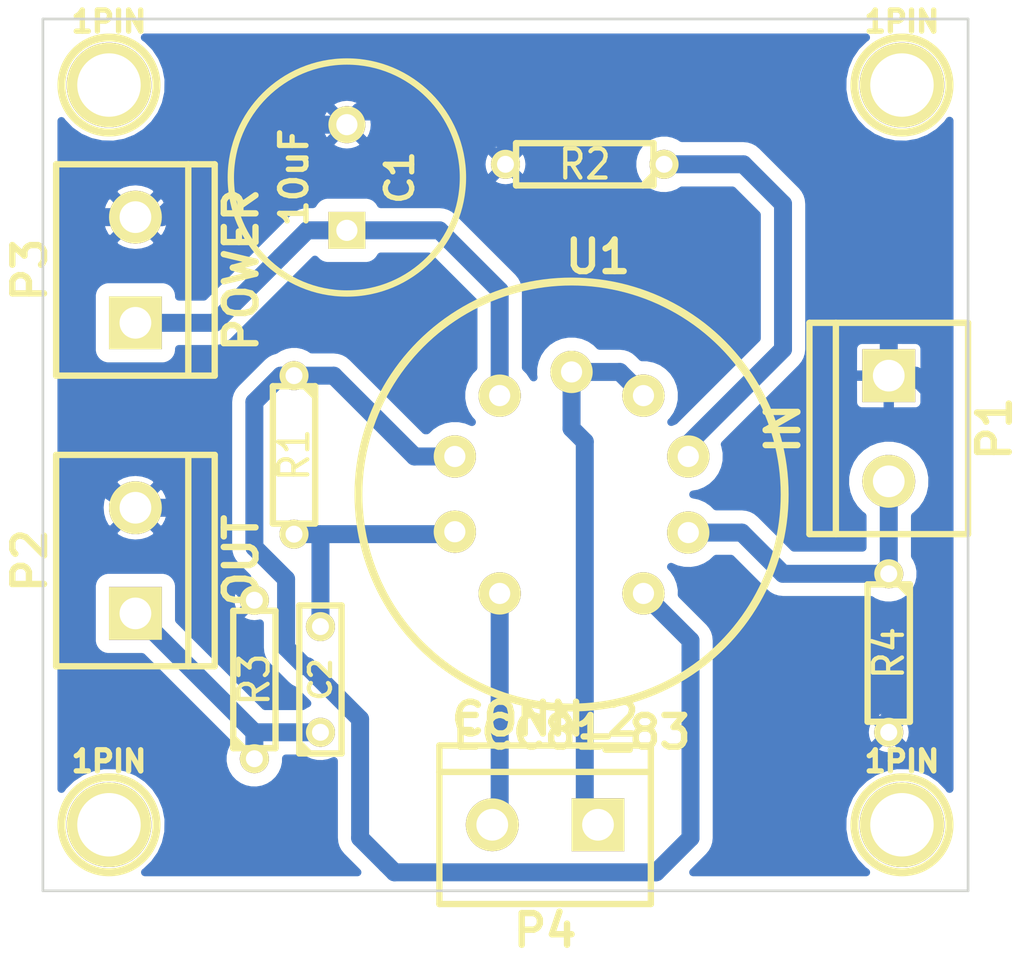
<source format=kicad_pcb>
(kicad_pcb (version 3) (host pcbnew "(2012-12-20 BZR 3860)-testing")

  (general
    (links 20)
    (no_connects 0)
    (area 121.8946 89.916 170.8404 135.9154)
    (thickness 1.6002)
    (drawings 4)
    (tracks 75)
    (zones 0)
    (modules 15)
    (nets 10)
  )

  (page A4)
  (layers
    (15 Composant signal)
    (0 Cuivre signal)
    (16 Dessous.Adhes user)
    (17 Dessus.Adhes user)
    (18 Dessous.Pate user)
    (19 Dessus.Pate user)
    (20 Dessous.SilkS user)
    (21 Dessus.SilkS user)
    (22 Dessous.Masque user)
    (23 Dessus.Masque user)
    (24 Dessin.User user)
    (25 Cmts.User user)
    (26 Eco1.User user)
    (27 Eco2.User user)
    (28 Contours.Ci user)
  )

  (setup
    (last_trace_width 0.8636)
    (trace_clearance 0.381)
    (zone_clearance 0.635)
    (zone_45_only no)
    (trace_min 0.254)
    (segment_width 0.381)
    (edge_width 0.381)
    (via_size 0.889)
    (via_drill 0.635)
    (via_min_size 0.889)
    (via_min_drill 0.508)
    (uvia_size 0.508)
    (uvia_drill 0.127)
    (uvias_allowed no)
    (uvia_min_size 0.508)
    (uvia_min_drill 0.127)
    (pcb_text_width 0.3048)
    (pcb_text_size 1.524 2.032)
    (mod_edge_width 0.381)
    (mod_text_size 1.524 1.524)
    (mod_text_width 0.3048)
    (pad_size 2.794 1.397)
    (pad_drill 1.9304)
    (pad_to_mask_clearance 0.254)
    (aux_axis_origin 0 0)
    (visible_elements FFFFFFBF)
    (pcbplotparams
      (layerselection 3178497)
      (usegerberextensions true)
      (excludeedgelayer true)
      (linewidth 60)
      (plotframeref false)
      (viasonmask false)
      (mode 1)
      (useauxorigin false)
      (hpglpennumber 1)
      (hpglpenspeed 20)
      (hpglpendiameter 15)
      (hpglpenoverlay 2)
      (psnegative false)
      (psa4output false)
      (plotreference true)
      (plotvalue true)
      (plotothertext true)
      (plotinvisibletext false)
      (padsonsilk false)
      (subtractmaskfromsilk false)
      (outputformat 1)
      (mirror false)
      (drillshape 1)
      (scaleselection 1)
      (outputdirectory ""))
  )

  (net 0 "")
  (net 1 GND)
  (net 2 N-000001)
  (net 3 N-000002)
  (net 4 N-000004)
  (net 5 N-000005)
  (net 6 N-000006)
  (net 7 N-000007)
  (net 8 N-000008)
  (net 9 N-000009)

  (net_class Default "Ceci est la Netclass par défaut"
    (clearance 0.381)
    (trace_width 0.8636)
    (via_dia 0.889)
    (via_drill 0.635)
    (uvia_dia 0.508)
    (uvia_drill 0.127)
    (add_net "")
    (add_net GND)
    (add_net N-000001)
    (add_net N-000002)
    (add_net N-000004)
    (add_net N-000005)
    (add_net N-000006)
    (add_net N-000007)
    (add_net N-000008)
    (add_net N-000009)
  )

  (module 1pin (layer Composant) (tedit 200000) (tstamp 454CC09B)
    (at 127 129.54)
    (descr "module 1 pin (ou trou mecanique de percage)")
    (tags DEV)
    (path 1pin)
    (fp_text reference 1PIN (at 0 -3.048) (layer Dessus.SilkS)
      (effects (font (size 1.016 1.016) (thickness 0.254)))
    )
    (fp_text value P*** (at 0 2.794) (layer Dessus.SilkS) hide
      (effects (font (size 1.016 1.016) (thickness 0.254)))
    )
    (fp_circle (center 0 0) (end 0 -2.286) (layer Dessus.SilkS) (width 0.381))
    (pad 1 thru_hole circle (at 0 0) (size 4.064 4.064) (drill 3.048)
      (layers *.Cu *.Mask Dessus.SilkS)
    )
  )

  (module 1pin (layer Composant) (tedit 200000) (tstamp 454CC096)
    (at 165.1 129.54)
    (descr "module 1 pin (ou trou mecanique de percage)")
    (tags DEV)
    (path 1pin)
    (fp_text reference 1PIN (at 0 -3.048) (layer Dessus.SilkS)
      (effects (font (size 1.016 1.016) (thickness 0.254)))
    )
    (fp_text value P*** (at 0 2.794) (layer Dessus.SilkS) hide
      (effects (font (size 1.016 1.016) (thickness 0.254)))
    )
    (fp_circle (center 0 0) (end 0 -2.286) (layer Dessus.SilkS) (width 0.381))
    (pad 1 thru_hole circle (at 0 0) (size 4.064 4.064) (drill 3.048)
      (layers *.Cu *.Mask Dessus.SilkS)
    )
  )

  (module 1pin (layer Composant) (tedit 200000) (tstamp 454CC090)
    (at 165.1 93.98)
    (descr "module 1 pin (ou trou mecanique de percage)")
    (tags DEV)
    (path 1pin)
    (fp_text reference 1PIN (at 0 -3.048) (layer Dessus.SilkS)
      (effects (font (size 1.016 1.016) (thickness 0.254)))
    )
    (fp_text value P*** (at 0 2.794) (layer Dessus.SilkS) hide
      (effects (font (size 1.016 1.016) (thickness 0.254)))
    )
    (fp_circle (center 0 0) (end 0 -2.286) (layer Dessus.SilkS) (width 0.381))
    (pad 1 thru_hole circle (at 0 0) (size 4.064 4.064) (drill 3.048)
      (layers *.Cu *.Mask Dessus.SilkS)
    )
  )

  (module 1pin (layer Composant) (tedit 200000) (tstamp 454CC08A)
    (at 127 93.98)
    (descr "module 1 pin (ou trou mecanique de percage)")
    (tags DEV)
    (path 1pin)
    (fp_text reference 1PIN (at 0 -3.048) (layer Dessus.SilkS)
      (effects (font (size 1.016 1.016) (thickness 0.254)))
    )
    (fp_text value P*** (at 0 2.794) (layer Dessus.SilkS) hide
      (effects (font (size 1.016 1.016) (thickness 0.254)))
    )
    (fp_circle (center 0 0) (end 0 -2.286) (layer Dessus.SilkS) (width 0.381))
    (pad 1 thru_hole circle (at 0 0) (size 4.064 4.064) (drill 3.048)
      (layers *.Cu *.Mask Dessus.SilkS)
    )
  )

  (module ECC-83-1 (layer Composant) (tedit 454CBC05) (tstamp 48B4F266)
    (at 149.225 113.665)
    (path /48B4F266)
    (fp_text reference U1 (at 1.27 -11.43) (layer Dessus.SilkS)
      (effects (font (size 1.524 1.524) (thickness 0.3048)))
    )
    (fp_text value ECC81_83 (at 0 11.43) (layer Dessus.SilkS)
      (effects (font (size 1.524 1.524) (thickness 0.3048)))
    )
    (fp_circle (center 0 0) (end 10.16 1.27) (layer Dessus.SilkS) (width 0.381))
    (pad 1 thru_hole circle (at 3.4544 4.75488) (size 2.032 2.032) (drill 1.016)
      (layers *.Cu *.Mask Dessus.SilkS)
      (net 2 N-000001)
    )
    (pad 2 thru_hole circle (at 5.60832 1.8288) (size 2.032 2.032) (drill 1.016)
      (layers *.Cu *.Mask Dessus.SilkS)
      (net 4 N-000004)
    )
    (pad 3 thru_hole circle (at 5.60832 -1.8288) (size 2.032 2.032) (drill 1.016)
      (layers *.Cu *.Mask Dessus.SilkS)
      (net 5 N-000005)
    )
    (pad 4 thru_hole circle (at 3.4544 -4.75488) (size 2.032 2.032) (drill 1.016)
      (layers *.Cu *.Mask Dessus.SilkS)
      (net 7 N-000007)
    )
    (pad 5 thru_hole circle (at 0 -5.8928) (size 2.032 2.032) (drill 1.016)
      (layers *.Cu *.Mask Dessus.SilkS)
      (net 7 N-000007)
    )
    (pad 6 thru_hole circle (at -3.4544 -4.75488) (size 2.032 2.032) (drill 1.016)
      (layers *.Cu *.Mask Dessus.SilkS)
      (net 8 N-000008)
    )
    (pad 7 thru_hole circle (at -5.60832 -1.8288) (size 2.032 2.032) (drill 1.016)
      (layers *.Cu *.Mask Dessus.SilkS)
      (net 2 N-000001)
    )
    (pad 8 thru_hole circle (at -5.60832 1.78816) (size 2.032 2.032) (drill 1.016)
      (layers *.Cu *.Mask Dessus.SilkS)
      (net 9 N-000009)
    )
    (pad 9 thru_hole circle (at -3.4544 4.75488) (size 2.032 2.032) (drill 1.016)
      (layers *.Cu *.Mask Dessus.SilkS)
      (net 3 N-000002)
    )
    (model valves/ecc83.wrl
      (at (xyz 0 0 0))
      (scale (xyz 1 1 1))
      (rotate (xyz 0 0 0))
    )
  )

  (module R3 (layer Composant) (tedit 200000) (tstamp 4549F39D)
    (at 149.86 97.79 180)
    (descr "Resitance 3 pas")
    (tags R)
    (path /4549F39D)
    (autoplace_cost180 10)
    (fp_text reference R2 (at 0 0 180) (layer Dessus.SilkS)
      (effects (font (size 1.397 1.27) (thickness 0.2032)))
    )
    (fp_text value 1.5K (at 0 0 180) (layer Dessus.SilkS) hide
      (effects (font (size 1.397 1.27) (thickness 0.2032)))
    )
    (fp_line (start -3.81 0) (end -3.302 0) (layer Dessus.SilkS) (width 0.3048))
    (fp_line (start 3.81 0) (end 3.302 0) (layer Dessus.SilkS) (width 0.3048))
    (fp_line (start 3.302 0) (end 3.302 -1.016) (layer Dessus.SilkS) (width 0.3048))
    (fp_line (start 3.302 -1.016) (end -3.302 -1.016) (layer Dessus.SilkS) (width 0.3048))
    (fp_line (start -3.302 -1.016) (end -3.302 1.016) (layer Dessus.SilkS) (width 0.3048))
    (fp_line (start -3.302 1.016) (end 3.302 1.016) (layer Dessus.SilkS) (width 0.3048))
    (fp_line (start 3.302 1.016) (end 3.302 0) (layer Dessus.SilkS) (width 0.3048))
    (fp_line (start -3.302 -0.508) (end -2.794 -1.016) (layer Dessus.SilkS) (width 0.3048))
    (pad 1 thru_hole circle (at -3.81 0 180) (size 1.397 1.397) (drill 0.8128)
      (layers *.Cu *.Mask Dessus.SilkS)
      (net 5 N-000005)
    )
    (pad 2 thru_hole circle (at 3.81 0 180) (size 1.397 1.397) (drill 0.8128)
      (layers *.Cu *.Mask Dessus.SilkS)
      (net 1 GND)
    )
    (model discret/resistor.wrl
      (at (xyz 0 0 0))
      (scale (xyz 0.3 0.3 0.3))
      (rotate (xyz 0 0 0))
    )
  )

  (module R3 (layer Composant) (tedit 200000) (tstamp 4549F3A2)
    (at 164.465 121.285 270)
    (descr "Resitance 3 pas")
    (tags R)
    (path /4549F3A2)
    (autoplace_cost180 10)
    (fp_text reference R4 (at 0 0 270) (layer Dessus.SilkS)
      (effects (font (size 1.397 1.27) (thickness 0.2032)))
    )
    (fp_text value 47K (at 0 0 270) (layer Dessus.SilkS) hide
      (effects (font (size 1.397 1.27) (thickness 0.2032)))
    )
    (fp_line (start -3.81 0) (end -3.302 0) (layer Dessus.SilkS) (width 0.3048))
    (fp_line (start 3.81 0) (end 3.302 0) (layer Dessus.SilkS) (width 0.3048))
    (fp_line (start 3.302 0) (end 3.302 -1.016) (layer Dessus.SilkS) (width 0.3048))
    (fp_line (start 3.302 -1.016) (end -3.302 -1.016) (layer Dessus.SilkS) (width 0.3048))
    (fp_line (start -3.302 -1.016) (end -3.302 1.016) (layer Dessus.SilkS) (width 0.3048))
    (fp_line (start -3.302 1.016) (end 3.302 1.016) (layer Dessus.SilkS) (width 0.3048))
    (fp_line (start 3.302 1.016) (end 3.302 0) (layer Dessus.SilkS) (width 0.3048))
    (fp_line (start -3.302 -0.508) (end -2.794 -1.016) (layer Dessus.SilkS) (width 0.3048))
    (pad 1 thru_hole circle (at -3.81 0 270) (size 1.397 1.397) (drill 0.8128)
      (layers *.Cu *.Mask Dessus.SilkS)
      (net 4 N-000004)
    )
    (pad 2 thru_hole circle (at 3.81 0 270) (size 1.397 1.397) (drill 0.8128)
      (layers *.Cu *.Mask Dessus.SilkS)
      (net 1 GND)
    )
    (model discret/resistor.wrl
      (at (xyz 0 0 0))
      (scale (xyz 0.3 0.3 0.3))
      (rotate (xyz 0 0 0))
    )
  )

  (module R3 (layer Composant) (tedit 200000) (tstamp 4549F3AD)
    (at 133.985 122.555 90)
    (descr "Resitance 3 pas")
    (tags R)
    (path /4549F3AD)
    (autoplace_cost180 10)
    (fp_text reference R3 (at 0 0 90) (layer Dessus.SilkS)
      (effects (font (size 1.397 1.27) (thickness 0.2032)))
    )
    (fp_text value 100K (at 0 0 90) (layer Dessus.SilkS) hide
      (effects (font (size 1.397 1.27) (thickness 0.2032)))
    )
    (fp_line (start -3.81 0) (end -3.302 0) (layer Dessus.SilkS) (width 0.3048))
    (fp_line (start 3.81 0) (end 3.302 0) (layer Dessus.SilkS) (width 0.3048))
    (fp_line (start 3.302 0) (end 3.302 -1.016) (layer Dessus.SilkS) (width 0.3048))
    (fp_line (start 3.302 -1.016) (end -3.302 -1.016) (layer Dessus.SilkS) (width 0.3048))
    (fp_line (start -3.302 -1.016) (end -3.302 1.016) (layer Dessus.SilkS) (width 0.3048))
    (fp_line (start -3.302 1.016) (end 3.302 1.016) (layer Dessus.SilkS) (width 0.3048))
    (fp_line (start 3.302 1.016) (end 3.302 0) (layer Dessus.SilkS) (width 0.3048))
    (fp_line (start -3.302 -0.508) (end -2.794 -1.016) (layer Dessus.SilkS) (width 0.3048))
    (pad 1 thru_hole circle (at -3.81 0 90) (size 1.397 1.397) (drill 0.8128)
      (layers *.Cu *.Mask Dessus.SilkS)
      (net 6 N-000006)
    )
    (pad 2 thru_hole circle (at 3.81 0 90) (size 1.397 1.397) (drill 0.8128)
      (layers *.Cu *.Mask Dessus.SilkS)
      (net 1 GND)
    )
    (model discret/resistor.wrl
      (at (xyz 0 0 0))
      (scale (xyz 0.3 0.3 0.3))
      (rotate (xyz 0 0 0))
    )
  )

  (module R3 (layer Composant) (tedit 200000) (tstamp 4549F38A)
    (at 135.89 111.76 270)
    (descr "Resitance 3 pas")
    (tags R)
    (path /4549F38A)
    (autoplace_cost180 10)
    (fp_text reference R1 (at 0 0 270) (layer Dessus.SilkS)
      (effects (font (size 1.397 1.27) (thickness 0.2032)))
    )
    (fp_text value 1.5K (at 0 0 270) (layer Dessus.SilkS) hide
      (effects (font (size 1.397 1.27) (thickness 0.2032)))
    )
    (fp_line (start -3.81 0) (end -3.302 0) (layer Dessus.SilkS) (width 0.3048))
    (fp_line (start 3.81 0) (end 3.302 0) (layer Dessus.SilkS) (width 0.3048))
    (fp_line (start 3.302 0) (end 3.302 -1.016) (layer Dessus.SilkS) (width 0.3048))
    (fp_line (start 3.302 -1.016) (end -3.302 -1.016) (layer Dessus.SilkS) (width 0.3048))
    (fp_line (start -3.302 -1.016) (end -3.302 1.016) (layer Dessus.SilkS) (width 0.3048))
    (fp_line (start -3.302 1.016) (end 3.302 1.016) (layer Dessus.SilkS) (width 0.3048))
    (fp_line (start 3.302 1.016) (end 3.302 0) (layer Dessus.SilkS) (width 0.3048))
    (fp_line (start -3.302 -0.508) (end -2.794 -1.016) (layer Dessus.SilkS) (width 0.3048))
    (pad 1 thru_hole circle (at -3.81 0 270) (size 1.397 1.397) (drill 0.8128)
      (layers *.Cu *.Mask Dessus.SilkS)
      (net 2 N-000001)
    )
    (pad 2 thru_hole circle (at 3.81 0 270) (size 1.397 1.397) (drill 0.8128)
      (layers *.Cu *.Mask Dessus.SilkS)
      (net 9 N-000009)
    )
    (model discret/resistor.wrl
      (at (xyz 0 0 0))
      (scale (xyz 0.3 0.3 0.3))
      (rotate (xyz 0 0 0))
    )
  )

  (module C2V10 (layer Composant) (tedit 41854742) (tstamp 4549F4BE)
    (at 138.43 98.425 90)
    (descr "Condensateur polarise")
    (tags CP)
    (path /4549F4BE)
    (fp_text reference C1 (at 0 2.54 90) (layer Dessus.SilkS)
      (effects (font (size 1.27 1.27) (thickness 0.254)))
    )
    (fp_text value 10uF (at 0 -2.54 90) (layer Dessus.SilkS)
      (effects (font (size 1.27 1.27) (thickness 0.254)))
    )
    (fp_circle (center 0 0) (end 4.826 -2.794) (layer Dessus.SilkS) (width 0.3048))
    (pad 1 thru_hole rect (at -2.54 0 90) (size 1.778 1.778) (drill 1.016)
      (layers *.Cu *.Mask Dessus.SilkS)
      (net 8 N-000008)
    )
    (pad 2 thru_hole circle (at 2.54 0 90) (size 1.778 1.778) (drill 1.016)
      (layers *.Cu *.Mask Dessus.SilkS)
      (net 1 GND)
    )
    (model discret/c_vert_c2v10.wrl
      (at (xyz 0 0 0))
      (scale (xyz 1 1 1))
      (rotate (xyz 0 0 0))
    )
  )

  (module C2 (layer Composant) (tedit 200000) (tstamp 4549F3BE)
    (at 137.16 122.555 90)
    (descr "Condensateur = 2 pas")
    (tags C)
    (path /4549F3BE)
    (fp_text reference C2 (at 0 0 90) (layer Dessus.SilkS)
      (effects (font (size 1.016 1.016) (thickness 0.2032)))
    )
    (fp_text value 680nF (at 0 0 90) (layer Dessus.SilkS) hide
      (effects (font (size 1.016 1.016) (thickness 0.2032)))
    )
    (fp_line (start -3.556 -1.016) (end 3.556 -1.016) (layer Dessus.SilkS) (width 0.3048))
    (fp_line (start 3.556 -1.016) (end 3.556 1.016) (layer Dessus.SilkS) (width 0.3048))
    (fp_line (start 3.556 1.016) (end -3.556 1.016) (layer Dessus.SilkS) (width 0.3048))
    (fp_line (start -3.556 1.016) (end -3.556 -1.016) (layer Dessus.SilkS) (width 0.3048))
    (fp_line (start -3.556 -0.508) (end -3.048 -1.016) (layer Dessus.SilkS) (width 0.3048))
    (pad 1 thru_hole circle (at -2.54 0 90) (size 1.397 1.397) (drill 0.8128)
      (layers *.Cu *.Mask Dessus.SilkS)
      (net 6 N-000006)
    )
    (pad 2 thru_hole circle (at 2.54 0 90) (size 1.397 1.397) (drill 0.8128)
      (layers *.Cu *.Mask Dessus.SilkS)
      (net 9 N-000009)
    )
    (model discret/capa_2pas_5x5mm.wrl
      (at (xyz 0 0 0))
      (scale (xyz 1 1 1))
      (rotate (xyz 0 0 0))
    )
  )

  (module bornier2 (layer Composant) (tedit 3EC0ED69) (tstamp 4549F4A5)
    (at 128.27 102.87 90)
    (descr "Bornier d'alimentation 2 pins")
    (tags DEV)
    (path /4549F4A5)
    (fp_text reference P3 (at 0 -5.08 90) (layer Dessus.SilkS)
      (effects (font (size 1.524 1.524) (thickness 0.3048)))
    )
    (fp_text value POWER (at 0 5.08 90) (layer Dessus.SilkS)
      (effects (font (size 1.524 1.524) (thickness 0.3048)))
    )
    (fp_line (start 5.08 2.54) (end -5.08 2.54) (layer Dessus.SilkS) (width 0.3048))
    (fp_line (start 5.08 3.81) (end 5.08 -3.81) (layer Dessus.SilkS) (width 0.3048))
    (fp_line (start 5.08 -3.81) (end -5.08 -3.81) (layer Dessus.SilkS) (width 0.3048))
    (fp_line (start -5.08 -3.81) (end -5.08 3.81) (layer Dessus.SilkS) (width 0.3048))
    (fp_line (start -5.08 3.81) (end 5.08 3.81) (layer Dessus.SilkS) (width 0.3048))
    (pad 1 thru_hole rect (at -2.54 0 90) (size 2.54 2.54) (drill 1.524)
      (layers *.Cu *.Mask Dessus.SilkS)
      (net 8 N-000008)
    )
    (pad 2 thru_hole circle (at 2.54 0 90) (size 2.54 2.54) (drill 1.524)
      (layers *.Cu *.Mask Dessus.SilkS)
      (net 1 GND)
    )
    (model device/bornier_2.wrl
      (at (xyz 0 0 0))
      (scale (xyz 1 1 1))
      (rotate (xyz 0 0 0))
    )
  )

  (module bornier2 (layer Composant) (tedit 3EC0ED69) (tstamp 4549F464)
    (at 164.465 110.49 270)
    (descr "Bornier d'alimentation 2 pins")
    (tags DEV)
    (path /4549F464)
    (fp_text reference P1 (at 0 -5.08 270) (layer Dessus.SilkS)
      (effects (font (size 1.524 1.524) (thickness 0.3048)))
    )
    (fp_text value IN (at 0 5.08 270) (layer Dessus.SilkS)
      (effects (font (size 1.524 1.524) (thickness 0.3048)))
    )
    (fp_line (start 5.08 2.54) (end -5.08 2.54) (layer Dessus.SilkS) (width 0.3048))
    (fp_line (start 5.08 3.81) (end 5.08 -3.81) (layer Dessus.SilkS) (width 0.3048))
    (fp_line (start 5.08 -3.81) (end -5.08 -3.81) (layer Dessus.SilkS) (width 0.3048))
    (fp_line (start -5.08 -3.81) (end -5.08 3.81) (layer Dessus.SilkS) (width 0.3048))
    (fp_line (start -5.08 3.81) (end 5.08 3.81) (layer Dessus.SilkS) (width 0.3048))
    (pad 1 thru_hole rect (at -2.54 0 270) (size 2.54 2.54) (drill 1.524)
      (layers *.Cu *.Mask Dessus.SilkS)
      (net 1 GND)
    )
    (pad 2 thru_hole circle (at 2.54 0 270) (size 2.54 2.54) (drill 1.524)
      (layers *.Cu *.Mask Dessus.SilkS)
      (net 4 N-000004)
    )
    (model device/bornier_2.wrl
      (at (xyz 0 0 0))
      (scale (xyz 1 1 1))
      (rotate (xyz 0 0 0))
    )
  )

  (module bornier2 (layer Composant) (tedit 3EC0ED69) (tstamp 4549F46C)
    (at 128.27 116.84 90)
    (descr "Bornier d'alimentation 2 pins")
    (tags DEV)
    (path /4549F46C)
    (fp_text reference P2 (at 0 -5.08 90) (layer Dessus.SilkS)
      (effects (font (size 1.524 1.524) (thickness 0.3048)))
    )
    (fp_text value OUT (at 0 5.08 90) (layer Dessus.SilkS)
      (effects (font (size 1.524 1.524) (thickness 0.3048)))
    )
    (fp_line (start 5.08 2.54) (end -5.08 2.54) (layer Dessus.SilkS) (width 0.3048))
    (fp_line (start 5.08 3.81) (end 5.08 -3.81) (layer Dessus.SilkS) (width 0.3048))
    (fp_line (start 5.08 -3.81) (end -5.08 -3.81) (layer Dessus.SilkS) (width 0.3048))
    (fp_line (start -5.08 -3.81) (end -5.08 3.81) (layer Dessus.SilkS) (width 0.3048))
    (fp_line (start -5.08 3.81) (end 5.08 3.81) (layer Dessus.SilkS) (width 0.3048))
    (pad 1 thru_hole rect (at -2.54 0 90) (size 2.54 2.54) (drill 1.524)
      (layers *.Cu *.Mask Dessus.SilkS)
      (net 6 N-000006)
    )
    (pad 2 thru_hole circle (at 2.54 0 90) (size 2.54 2.54) (drill 1.524)
      (layers *.Cu *.Mask Dessus.SilkS)
      (net 1 GND)
    )
    (model device/bornier_2.wrl
      (at (xyz 0 0 0))
      (scale (xyz 1 1 1))
      (rotate (xyz 0 0 0))
    )
  )

  (module bornier2 (layer Composant) (tedit 3EC0ED69) (tstamp 456A8ACC)
    (at 147.955 129.54 180)
    (descr "Bornier d'alimentation 2 pins")
    (tags DEV)
    (path /456A8ACC)
    (fp_text reference P4 (at 0 -5.08 180) (layer Dessus.SilkS)
      (effects (font (size 1.524 1.524) (thickness 0.3048)))
    )
    (fp_text value CONN_2 (at 0 5.08 180) (layer Dessus.SilkS)
      (effects (font (size 1.524 1.524) (thickness 0.3048)))
    )
    (fp_line (start 5.08 2.54) (end -5.08 2.54) (layer Dessus.SilkS) (width 0.3048))
    (fp_line (start 5.08 3.81) (end 5.08 -3.81) (layer Dessus.SilkS) (width 0.3048))
    (fp_line (start 5.08 -3.81) (end -5.08 -3.81) (layer Dessus.SilkS) (width 0.3048))
    (fp_line (start -5.08 -3.81) (end -5.08 3.81) (layer Dessus.SilkS) (width 0.3048))
    (fp_line (start -5.08 3.81) (end 5.08 3.81) (layer Dessus.SilkS) (width 0.3048))
    (pad 1 thru_hole rect (at -2.54 0 180) (size 2.54 2.54) (drill 1.524)
      (layers *.Cu *.Mask Dessus.SilkS)
      (net 7 N-000007)
    )
    (pad 2 thru_hole circle (at 2.54 0 180) (size 2.54 2.54) (drill 1.524)
      (layers *.Cu *.Mask Dessus.SilkS)
      (net 3 N-000002)
    )
    (model device/bornier_2.wrl
      (at (xyz 0 0 0))
      (scale (xyz 1 1 1))
      (rotate (xyz 0 0 0))
    )
  )

  (gr_line (start 123.825 132.715) (end 168.275 132.715) (angle 90) (layer Contours.Ci) (width 0.127))
  (gr_line (start 168.275 90.805) (end 123.825 90.805) (angle 90) (layer Contours.Ci) (width 0.127))
  (gr_line (start 168.275 90.805) (end 168.275 132.715) (angle 90) (layer Contours.Ci) (width 0.127))
  (gr_line (start 123.825 90.805) (end 123.825 132.715) (angle 90) (layer Contours.Ci) (width 0.127))

  (segment (start 148.59 95.25) (end 160.02 95.25) (width 0.8636) (layer Cuivre) (net 1))
  (segment (start 146.05 95.25) (end 148.59 95.25) (width 0.8636) (layer Cuivre) (net 1))
  (segment (start 142.24 95.25) (end 146.05 95.25) (width 0.8636) (layer Cuivre) (net 1))
  (segment (start 164.465 125.095) (end 164.465 124.46) (width 0.8636) (layer Cuivre) (net 1) (status 800))
  (segment (start 164.465 124.46) (end 167.005 121.92) (width 0.8636) (layer Cuivre) (net 1))
  (segment (start 167.005 109.22) (end 167.005 121.92) (width 0.8636) (layer Cuivre) (net 1))
  (segment (start 128.27 114.3) (end 125.73 112.60582) (width 0.8636) (layer Cuivre) (net 1) (status 800))
  (segment (start 130.81 114.3) (end 132.08 115.57) (width 0.8636) (layer Cuivre) (net 1))
  (segment (start 132.08 115.57) (end 132.08 116.84) (width 0.8636) (layer Cuivre) (net 1))
  (segment (start 132.08 116.84) (end 133.985 118.745) (width 0.8636) (layer Cuivre) (net 1))
  (segment (start 128.27 114.3) (end 130.81 114.3) (width 0.8636) (layer Cuivre) (net 1))
  (segment (start 146.05 97.79) (end 146.05 95.25) (width 0.8636) (layer Cuivre) (net 1))
  (segment (start 133.985 95.885) (end 138.43 95.885) (width 0.8636) (layer Cuivre) (net 1) (status 400))
  (segment (start 129.54 100.33) (end 133.985 95.885) (width 0.8636) (layer Cuivre) (net 1))
  (segment (start 139.065 95.25) (end 142.24 95.25) (width 0.8636) (layer Cuivre) (net 1))
  (segment (start 138.43 95.885) (end 139.065 95.25) (width 0.8636) (layer Cuivre) (net 1) (status 800))
  (segment (start 165.735 107.95) (end 167.005 109.22) (width 0.8636) (layer Cuivre) (net 1))
  (segment (start 164.465 107.95) (end 165.735 107.95) (width 0.8636) (layer Cuivre) (net 1) (status 800))
  (segment (start 126.365 100.33) (end 125.73 100.965) (width 0.8636) (layer Cuivre) (net 1))
  (segment (start 128.27 100.33) (end 126.365 100.33) (width 0.8636) (layer Cuivre) (net 1) (status 800))
  (segment (start 125.73 100.965) (end 125.73 112.60582) (width 0.8636) (layer Cuivre) (net 1))
  (segment (start 128.27 100.33) (end 129.54 100.33) (width 0.8636) (layer Cuivre) (net 1) (status 800))
  (segment (start 164.465 99.695) (end 164.465 107.95) (width 0.8636) (layer Cuivre) (net 1) (status 400))
  (segment (start 160.02 95.25) (end 164.465 99.695) (width 0.8636) (layer Cuivre) (net 1))
  (segment (start 153.289 131.826) (end 154.94 130.175) (width 0.8636) (layer Cuivre) (net 2))
  (segment (start 140.716 131.826) (end 153.289 131.826) (width 0.8636) (layer Cuivre) (net 2))
  (segment (start 143.61668 111.8362) (end 141.6812 111.8362) (width 0.8636) (layer Cuivre) (net 2) (status 800))
  (segment (start 141.6812 111.8362) (end 137.795 107.95) (width 0.8636) (layer Cuivre) (net 2))
  (segment (start 154.94 121.31548) (end 154.94 120.68048) (width 0.8636) (layer Cuivre) (net 2))
  (segment (start 154.94 120.68048) (end 152.6794 118.41988) (width 0.8636) (layer Cuivre) (net 2) (status 400))
  (segment (start 136.398 121.92) (end 135.509 121.031) (width 0.8636) (layer Cuivre) (net 2))
  (segment (start 135.509 121.031) (end 135.509 117.729) (width 0.8636) (layer Cuivre) (net 2))
  (segment (start 135.509 117.729) (end 133.985 116.205) (width 0.8636) (layer Cuivre) (net 2))
  (segment (start 136.525 121.92) (end 136.398 121.92) (width 0.8636) (layer Cuivre) (net 2))
  (segment (start 136.525 121.92) (end 139.065 124.46) (width 0.8636) (layer Cuivre) (net 2))
  (segment (start 139.065 124.46) (end 139.065 130.175) (width 0.8636) (layer Cuivre) (net 2))
  (segment (start 139.065 130.175) (end 140.335 131.445) (width 0.8636) (layer Cuivre) (net 2))
  (segment (start 135.89 107.95) (end 135.255 107.95) (width 0.8636) (layer Cuivre) (net 2) (status 800))
  (segment (start 133.985 109.22) (end 133.985 116.205) (width 0.8636) (layer Cuivre) (net 2))
  (segment (start 135.255 107.95) (end 133.985 109.22) (width 0.8636) (layer Cuivre) (net 2))
  (segment (start 135.89 107.95) (end 137.795 107.95) (width 0.8636) (layer Cuivre) (net 2) (status 800))
  (segment (start 140.335 131.445) (end 140.716 131.826) (width 0.8636) (layer Cuivre) (net 2))
  (segment (start 154.94 121.31548) (end 154.94 121.31548) (width 0.8636) (layer Cuivre) (net 2))
  (segment (start 154.94 130.175) (end 154.94 121.31548) (width 0.8636) (layer Cuivre) (net 2))
  (segment (start 145.7706 129.1844) (end 145.415 129.54) (width 0.8636) (layer Cuivre) (net 3) (status 400))
  (segment (start 145.7706 118.41988) (end 145.7706 129.1844) (width 0.8636) (layer Cuivre) (net 3) (status 800))
  (segment (start 159.385 117.475) (end 164.465 117.475) (width 0.8636) (layer Cuivre) (net 4) (status 400))
  (segment (start 154.83332 115.4938) (end 157.4038 115.4938) (width 0.8636) (layer Cuivre) (net 4) (status 800))
  (segment (start 164.465 117.475) (end 164.465 113.03) (width 0.8636) (layer Cuivre) (net 4) (status C00))
  (segment (start 157.4038 115.4938) (end 159.385 117.475) (width 0.8636) (layer Cuivre) (net 4))
  (segment (start 154.83332 111.8362) (end 154.83332 111.23168) (width 0.8636) (layer Cuivre) (net 5) (status 800))
  (segment (start 159.385 106.68) (end 159.385 99.695) (width 0.8636) (layer Cuivre) (net 5))
  (segment (start 154.83332 111.23168) (end 159.385 106.68) (width 0.8636) (layer Cuivre) (net 5))
  (segment (start 157.48 97.79) (end 159.385 99.695) (width 0.8636) (layer Cuivre) (net 5))
  (segment (start 153.67 97.79) (end 157.48 97.79) (width 0.8636) (layer Cuivre) (net 5) (status 800))
  (segment (start 137.16 125.095) (end 133.985 125.095) (width 0.8636) (layer Cuivre) (net 6))
  (segment (start 133.985 126.365) (end 133.985 125.095) (width 0.8636) (layer Cuivre) (net 6))
  (segment (start 133.985 125.095) (end 128.27 119.38) (width 0.8636) (layer Cuivre) (net 6))
  (segment (start 149.86 128.905) (end 150.495 129.54) (width 0.8636) (layer Cuivre) (net 7) (status 400))
  (segment (start 149.86 111.125) (end 149.86 128.905) (width 0.8636) (layer Cuivre) (net 7))
  (segment (start 149.225 110.49) (end 149.86 111.125) (width 0.8636) (layer Cuivre) (net 7))
  (segment (start 149.225 107.7722) (end 151.54148 107.7722) (width 0.8636) (layer Cuivre) (net 7) (status 800))
  (segment (start 151.54148 107.7722) (end 152.6794 108.91012) (width 0.8636) (layer Cuivre) (net 7) (status 400))
  (segment (start 149.225 107.7722) (end 149.225 110.49) (width 0.8636) (layer Cuivre) (net 7) (status 800))
  (segment (start 136.525 100.965) (end 135.255 102.235) (width 0.8636) (layer Cuivre) (net 8))
  (segment (start 138.43 100.965) (end 136.525 100.965) (width 0.8636) (layer Cuivre) (net 8) (status 800))
  (segment (start 145.7706 103.8606) (end 142.875 100.965) (width 0.8636) (layer Cuivre) (net 8))
  (segment (start 142.875 100.965) (end 138.43 100.965) (width 0.8636) (layer Cuivre) (net 8) (status 400))
  (segment (start 145.7706 108.91012) (end 145.7706 103.8606) (width 0.8636) (layer Cuivre) (net 8) (status 800))
  (segment (start 132.08 105.41) (end 135.255 102.235) (width 0.8636) (layer Cuivre) (net 8))
  (segment (start 128.27 105.41) (end 132.08 105.41) (width 0.8636) (layer Cuivre) (net 8) (status 800))
  (segment (start 137.16 120.015) (end 137.16 115.57) (width 0.8636) (layer Cuivre) (net 9))
  (segment (start 135.89 115.57) (end 137.16 115.57) (width 0.8636) (layer Cuivre) (net 9))
  (segment (start 137.16 115.57) (end 143.49984 115.57) (width 0.8636) (layer Cuivre) (net 9))
  (segment (start 143.49984 115.57) (end 143.61668 115.45316) (width 0.8636) (layer Cuivre) (net 9))

  (zone (net 1) (net_name GND) (layer Cuivre) (tstamp 4EED97A2) (hatch edge 0.508)
    (connect_pads (clearance 0.635))
    (min_thickness 0.381)
    (fill (arc_segments 32) (thermal_gap 0.254) (thermal_bridge_width 0.50038))
    (polygon
      (pts
        (xy 167.64 132.08) (xy 167.64 91.44) (xy 124.46 91.44) (xy 124.46 132.08)
      )
    )
    (filled_polygon
      (pts
        (xy 167.386 127.81788) (xy 167.32504 127.72644) (xy 166.93134 127.32766) (xy 166.46652 127.01524) (xy 165.9509 126.7968)
        (xy 165.61562 126.72822) (xy 165.61562 125.08738) (xy 165.59022 124.86386) (xy 165.52418 124.6505) (xy 165.42512 124.46762)
        (xy 165.2397 124.40412) (xy 165.15588 124.48794) (xy 165.15588 124.3203) (xy 165.09238 124.13488) (xy 164.89426 124.03074)
        (xy 164.6809 123.96724) (xy 164.45738 123.94438) (xy 164.23386 123.96978) (xy 164.0205 124.03582) (xy 163.83762 124.13488)
        (xy 163.77412 124.3203) (xy 164.465 125.01118) (xy 165.15588 124.3203) (xy 165.15588 124.48794) (xy 164.54882 125.095)
        (xy 165.2397 125.78588) (xy 165.42512 125.72238) (xy 165.52926 125.52426) (xy 165.59276 125.3109) (xy 165.61562 125.08738)
        (xy 165.61562 126.72822) (xy 165.39972 126.68504) (xy 165.15588 126.6825) (xy 165.15588 125.8697) (xy 164.465 125.17882)
        (xy 164.38118 125.26264) (xy 164.38118 125.095) (xy 163.6903 124.40412) (xy 163.50488 124.46762) (xy 163.40074 124.66574)
        (xy 163.33724 124.8791) (xy 163.31438 125.10262) (xy 163.33978 125.32614) (xy 163.40582 125.5395) (xy 163.50488 125.72238)
        (xy 163.6903 125.78588) (xy 164.38118 125.095) (xy 164.38118 125.26264) (xy 163.77412 125.8697) (xy 163.83762 126.05512)
        (xy 164.03574 126.15926) (xy 164.2491 126.22276) (xy 164.47262 126.24562) (xy 164.69614 126.22022) (xy 164.9095 126.15418)
        (xy 165.09238 126.05512) (xy 165.15588 125.8697) (xy 165.15588 126.6825) (xy 164.84092 126.67996) (xy 164.28974 126.78664)
        (xy 163.77158 126.99492) (xy 163.30168 127.30226) (xy 162.90036 127.69342) (xy 162.5854 128.1557) (xy 162.36442 128.67132)
        (xy 162.24758 129.21996) (xy 162.23996 129.77876) (xy 162.33902 130.32994) (xy 162.54476 130.85064) (xy 162.84956 131.32308)
        (xy 163.23818 131.72694) (xy 163.38042 131.826) (xy 155.067 131.826) (xy 155.81884 131.07416) (xy 155.829 131.064)
        (xy 155.92806 130.94208) (xy 155.97632 130.8862) (xy 155.97632 130.88112) (xy 155.98394 130.87604) (xy 156.04236 130.76428)
        (xy 156.0957 130.6703) (xy 156.0957 130.66014) (xy 156.10078 130.6576) (xy 156.12872 130.55854) (xy 156.16936 130.43662)
        (xy 156.16936 130.429) (xy 156.1719 130.42392) (xy 156.18206 130.31978) (xy 156.1973 130.19278) (xy 156.1973 130.18008)
        (xy 156.1973 130.175) (xy 156.1973 121.33326) (xy 156.1973 121.3231) (xy 156.1973 121.31548) (xy 156.1973 120.69318)
        (xy 156.1973 120.68048) (xy 156.17444 120.44934) (xy 156.17444 120.43664) (xy 156.10586 120.21312) (xy 156.10332 120.20042)
        (xy 156.02966 120.0658) (xy 155.9941 119.99468) (xy 155.98648 119.98452) (xy 155.97124 119.96674) (xy 155.8417 119.80164)
        (xy 155.83154 119.79402) (xy 155.829 119.79148) (xy 154.51582 118.4783) (xy 154.5209 118.23954) (xy 154.44978 117.88648)
        (xy 154.31262 117.5512) (xy 154.1145 117.25148) (xy 154.00274 117.13972) (xy 154.26182 117.25402) (xy 154.61488 117.33022)
        (xy 154.97556 117.33784) (xy 155.33116 117.27688) (xy 155.66644 117.1448) (xy 155.97124 116.95176) (xy 156.18206 116.7511)
        (xy 156.8831 116.7511) (xy 158.48584 118.35384) (xy 158.496 118.364) (xy 158.61792 118.46306) (xy 158.6738 118.51132)
        (xy 158.67634 118.51132) (xy 158.68396 118.51894) (xy 158.79318 118.57736) (xy 158.8897 118.6307) (xy 158.89732 118.6307)
        (xy 158.9024 118.63578) (xy 159.00146 118.66372) (xy 159.12338 118.70436) (xy 159.12846 118.70436) (xy 159.13608 118.7069)
        (xy 159.23006 118.71452) (xy 159.36722 118.7323) (xy 159.38246 118.7323) (xy 159.385 118.7323) (xy 163.60648 118.7323)
        (xy 163.72078 118.81104) (xy 163.99256 118.93042) (xy 164.28466 118.99392) (xy 164.58184 118.999) (xy 164.87648 118.9482)
        (xy 165.15588 118.83898) (xy 165.40734 118.67896) (xy 165.62324 118.47322) (xy 165.79342 118.22938) (xy 165.91534 117.9576)
        (xy 165.98138 117.6655) (xy 165.98646 117.32514) (xy 165.92804 117.03304) (xy 165.81374 116.75618) (xy 165.7223 116.61648)
        (xy 165.7223 114.70894) (xy 165.7604 114.68608) (xy 166.05758 114.40414) (xy 166.2938 114.06886) (xy 166.46144 113.69294)
        (xy 166.55034 113.29416) (xy 166.55796 112.82426) (xy 166.47922 112.4204) (xy 166.32174 112.04194) (xy 166.1795 111.82604)
        (xy 166.1795 108.11764) (xy 166.1795 107.78236) (xy 166.17696 106.63682) (xy 166.15918 106.553) (xy 166.12616 106.47172)
        (xy 166.08044 106.4006) (xy 166.01694 106.3371) (xy 165.94582 106.28884) (xy 165.86708 106.25582) (xy 165.78072 106.23804)
        (xy 165.69436 106.23804) (xy 164.63264 106.2355) (xy 164.52342 106.34472) (xy 164.52342 107.89158) (xy 166.07028 107.89158)
        (xy 166.1795 107.78236) (xy 166.1795 108.11764) (xy 166.07028 108.00842) (xy 164.52342 108.00842) (xy 164.52342 109.55528)
        (xy 164.63264 109.6645) (xy 165.69436 109.66196) (xy 165.78072 109.66196) (xy 165.86708 109.64418) (xy 165.94582 109.61116)
        (xy 166.01694 109.5629) (xy 166.08044 109.4994) (xy 166.12616 109.42828) (xy 166.15918 109.347) (xy 166.17696 109.26318)
        (xy 166.1795 108.11764) (xy 166.1795 111.82604) (xy 166.09568 111.70158) (xy 165.80612 111.40948) (xy 165.46576 111.18088)
        (xy 165.0873 111.02086) (xy 164.68344 110.93958) (xy 164.40658 110.9345) (xy 164.40658 109.55528) (xy 164.40658 108.00842)
        (xy 164.40658 107.89158) (xy 164.40658 106.34472) (xy 164.29736 106.2355) (xy 163.23564 106.23804) (xy 163.14928 106.23804)
        (xy 163.06292 106.25582) (xy 162.98418 106.28884) (xy 162.91306 106.3371) (xy 162.84956 106.4006) (xy 162.80384 106.47172)
        (xy 162.77082 106.553) (xy 162.75304 106.63682) (xy 162.7505 107.78236) (xy 162.85972 107.89158) (xy 164.40658 107.89158)
        (xy 164.40658 108.00842) (xy 162.85972 108.00842) (xy 162.7505 108.11764) (xy 162.75304 109.26318) (xy 162.77082 109.347)
        (xy 162.80384 109.42828) (xy 162.84956 109.4994) (xy 162.91306 109.5629) (xy 162.98418 109.61116) (xy 163.06292 109.64418)
        (xy 163.14928 109.66196) (xy 163.23564 109.66196) (xy 164.29736 109.6645) (xy 164.40658 109.55528) (xy 164.40658 110.9345)
        (xy 164.2745 110.9345) (xy 163.87064 111.01324) (xy 163.48964 111.16564) (xy 163.14674 111.3917) (xy 162.85464 111.67872)
        (xy 162.62096 112.01654) (xy 162.46094 112.395) (xy 162.37458 112.79632) (xy 162.3695 113.20526) (xy 162.44316 113.60912)
        (xy 162.59556 113.99266) (xy 162.81654 114.33556) (xy 163.10356 114.63274) (xy 163.2077 114.70386) (xy 163.2077 116.2177)
        (xy 159.9057 116.2177) (xy 158.30296 114.61496) (xy 158.2928 114.6048) (xy 158.115 114.45748) (xy 158.10484 114.44732)
        (xy 157.9499 114.36604) (xy 157.8991 114.3381) (xy 157.89148 114.33556) (xy 157.8864 114.33302) (xy 157.78734 114.30254)
        (xy 157.66542 114.26444) (xy 157.6578 114.2619) (xy 157.65272 114.2619) (xy 157.5562 114.25174) (xy 157.42158 114.2365)
        (xy 157.40634 114.2365) (xy 157.4038 114.2365) (xy 156.17952 114.2365) (xy 156.01188 114.06886) (xy 155.7147 113.86566)
        (xy 155.37942 113.72596) (xy 155.06954 113.66246) (xy 155.33116 113.61928) (xy 155.66644 113.4872) (xy 155.97124 113.29416)
        (xy 156.23286 113.04524) (xy 156.44114 112.7506) (xy 156.58846 112.4204) (xy 156.66974 112.06734) (xy 156.67482 111.65586)
        (xy 156.6037 111.3028) (xy 156.58338 111.25708) (xy 160.26384 107.57916) (xy 160.274 107.569) (xy 160.37306 107.44708)
        (xy 160.42132 107.3912) (xy 160.42132 107.38612) (xy 160.42894 107.38104) (xy 160.48736 107.26928) (xy 160.5407 107.1753)
        (xy 160.5407 107.16514) (xy 160.54578 107.1626) (xy 160.57372 107.06354) (xy 160.61436 106.94162) (xy 160.61436 106.934)
        (xy 160.6169 106.92892) (xy 160.62706 106.82478) (xy 160.6423 106.69778) (xy 160.6423 106.68508) (xy 160.6423 106.68)
        (xy 160.6423 99.7077) (xy 160.6423 99.695) (xy 160.61944 99.46386) (xy 160.61944 99.45116) (xy 160.55086 99.22764)
        (xy 160.54832 99.21494) (xy 160.47466 99.08032) (xy 160.4391 99.0092) (xy 160.43148 98.99904) (xy 160.41624 98.98126)
        (xy 160.2867 98.81616) (xy 160.27654 98.80854) (xy 160.274 98.806) (xy 158.37916 96.91116) (xy 158.369 96.901)
        (xy 158.1912 96.75368) (xy 158.18104 96.74352) (xy 158.0261 96.66224) (xy 157.9753 96.6343) (xy 157.96768 96.63176)
        (xy 157.9626 96.62922) (xy 157.86354 96.59874) (xy 157.74162 96.56064) (xy 157.734 96.5581) (xy 157.72892 96.5581)
        (xy 157.6324 96.54794) (xy 157.49778 96.5327) (xy 157.48254 96.5327) (xy 157.48 96.5327) (xy 154.52598 96.5327)
        (xy 154.39644 96.4438) (xy 154.12212 96.3295) (xy 153.83002 96.26854) (xy 153.5303 96.26854) (xy 153.2382 96.32442)
        (xy 152.96134 96.43618) (xy 152.71242 96.59874) (xy 152.49906 96.80702) (xy 152.32888 97.0534) (xy 152.21204 97.32772)
        (xy 152.15108 97.61982) (xy 152.146 97.91954) (xy 152.19934 98.21164) (xy 152.3111 98.4885) (xy 152.47112 98.73996)
        (xy 152.6794 98.95586) (xy 152.92578 99.12604) (xy 153.19756 99.24542) (xy 153.48966 99.30892) (xy 153.78684 99.314)
        (xy 154.08148 99.2632) (xy 154.36088 99.15398) (xy 154.52852 99.0473) (xy 156.9593 99.0473) (xy 158.1277 100.2157)
        (xy 158.1277 106.1593) (xy 154.16784 110.11662) (xy 154.0129 110.18012) (xy 154.07894 110.11916) (xy 154.28722 109.82452)
        (xy 154.43454 109.49432) (xy 154.51582 109.14126) (xy 154.5209 108.72978) (xy 154.44978 108.37672) (xy 154.31262 108.04144)
        (xy 154.1145 107.74172) (xy 153.85796 107.48518) (xy 153.56078 107.28198) (xy 153.2255 107.14228) (xy 152.87244 107.07116)
        (xy 152.6159 107.06862) (xy 152.44064 106.89336) (xy 152.43048 106.8832) (xy 152.25268 106.73588) (xy 152.24252 106.72572)
        (xy 152.08758 106.64444) (xy 152.03678 106.6165) (xy 152.02916 106.61396) (xy 152.02408 106.61142) (xy 151.92502 106.58094)
        (xy 151.8031 106.54284) (xy 151.79548 106.5403) (xy 151.7904 106.5403) (xy 151.69388 106.53014) (xy 151.55926 106.5149)
        (xy 151.54402 106.5149) (xy 151.54148 106.5149) (xy 150.5712 106.5149) (xy 150.40356 106.34726) (xy 150.10638 106.14406)
        (xy 149.7711 106.00436) (xy 149.41804 105.93324) (xy 149.05736 105.9307) (xy 148.70176 105.99674) (xy 148.36902 106.13136)
        (xy 148.06676 106.32948) (xy 147.80768 106.58348) (xy 147.60448 106.88066) (xy 147.46224 107.2134) (xy 147.38604 107.56646)
        (xy 147.38096 107.92714) (xy 147.40128 108.03636) (xy 147.2057 107.74172) (xy 147.20062 107.73664) (xy 147.20062 97.78238)
        (xy 147.17522 97.55886) (xy 147.10918 97.3455) (xy 147.01012 97.16262) (xy 146.8247 97.09912) (xy 146.74088 97.18294)
        (xy 146.74088 97.0153) (xy 146.67738 96.82988) (xy 146.47926 96.72574) (xy 146.2659 96.66224) (xy 146.04238 96.63938)
        (xy 145.81886 96.66478) (xy 145.6055 96.73082) (xy 145.42262 96.82988) (xy 145.35912 97.0153) (xy 146.05 97.70618)
        (xy 146.74088 97.0153) (xy 146.74088 97.18294) (xy 146.13382 97.79) (xy 146.8247 98.48088) (xy 147.01012 98.41738)
        (xy 147.11426 98.21926) (xy 147.17776 98.0059) (xy 147.20062 97.78238) (xy 147.20062 107.73664) (xy 147.0279 107.56392)
        (xy 147.0279 103.87584) (xy 147.0279 103.8606) (xy 147.00504 103.62946) (xy 147.00504 103.61676) (xy 146.93646 103.39324)
        (xy 146.93392 103.38054) (xy 146.86026 103.24592) (xy 146.8247 103.1748) (xy 146.81708 103.16464) (xy 146.78406 103.12654)
        (xy 146.74088 103.07066) (xy 146.74088 98.5647) (xy 146.05 97.87382) (xy 145.96618 97.95764) (xy 145.96618 97.79)
        (xy 145.2753 97.09912) (xy 145.08988 97.16262) (xy 144.98574 97.36074) (xy 144.92224 97.5741) (xy 144.89938 97.79762)
        (xy 144.92478 98.02114) (xy 144.99082 98.2345) (xy 145.08988 98.41738) (xy 145.2753 98.48088) (xy 145.96618 97.79)
        (xy 145.96618 97.95764) (xy 145.35912 98.5647) (xy 145.42262 98.75012) (xy 145.62074 98.85426) (xy 145.8341 98.91776)
        (xy 146.05762 98.94062) (xy 146.28114 98.91522) (xy 146.4945 98.84918) (xy 146.67738 98.75012) (xy 146.74088 98.5647)
        (xy 146.74088 103.07066) (xy 146.6723 102.9843) (xy 146.66214 102.97414) (xy 146.6596 102.9716) (xy 143.77416 100.08616)
        (xy 143.764 100.076) (xy 143.5862 99.92868) (xy 143.57604 99.91852) (xy 143.4211 99.83724) (xy 143.3703 99.8093)
        (xy 143.36268 99.80676) (xy 143.3576 99.80422) (xy 143.25854 99.77374) (xy 143.13662 99.73564) (xy 143.129 99.7331)
        (xy 143.12392 99.7331) (xy 143.0274 99.72294) (xy 142.89278 99.7077) (xy 142.87754 99.7077) (xy 142.875 99.7077)
        (xy 140.0556 99.7077) (xy 140.04798 99.68738) (xy 139.95908 99.55276) (xy 139.84478 99.43846) (xy 139.76858 99.38512)
        (xy 139.76858 95.88246) (xy 139.74064 95.62338) (xy 139.66444 95.37192) (xy 139.54506 95.14586) (xy 139.33932 95.0595)
        (xy 139.2555 95.14332) (xy 139.2555 94.97568) (xy 139.16914 94.76994) (xy 138.938 94.64802) (xy 138.68654 94.57182)
        (xy 138.42746 94.54642) (xy 138.16838 94.57436) (xy 137.91692 94.65056) (xy 137.69086 94.76994) (xy 137.6045 94.97568)
        (xy 138.43 95.80118) (xy 139.2555 94.97568) (xy 139.2555 95.14332) (xy 138.51382 95.885) (xy 139.33932 96.7105)
        (xy 139.54506 96.62414) (xy 139.66698 96.393) (xy 139.74318 96.14154) (xy 139.76858 95.88246) (xy 139.76858 99.38512)
        (xy 139.7127 99.34702) (xy 139.56284 99.28606) (xy 139.40536 99.25304) (xy 139.2555 99.25304) (xy 139.2555 96.79432)
        (xy 138.43 95.96882) (xy 138.34618 96.05264) (xy 138.34618 95.885) (xy 137.52068 95.0595) (xy 137.31494 95.14586)
        (xy 137.19302 95.377) (xy 137.11682 95.62846) (xy 137.09142 95.88754) (xy 137.11936 96.14662) (xy 137.19556 96.39808)
        (xy 137.31494 96.62414) (xy 137.52068 96.7105) (xy 138.34618 95.885) (xy 138.34618 96.05264) (xy 137.6045 96.79432)
        (xy 137.69086 97.00006) (xy 137.922 97.12198) (xy 138.17346 97.19818) (xy 138.43254 97.22358) (xy 138.69162 97.19564)
        (xy 138.94308 97.11944) (xy 139.16914 97.00006) (xy 139.2555 96.79432) (xy 139.2555 99.25304) (xy 139.2428 99.25304)
        (xy 137.45972 99.25304) (xy 137.30224 99.28352) (xy 137.15238 99.34702) (xy 137.01776 99.43592) (xy 136.90346 99.55022)
        (xy 136.81202 99.6823) (xy 136.79932 99.7077) (xy 136.54024 99.7077) (xy 136.525 99.7077) (xy 136.28116 99.73056)
        (xy 136.11606 99.77882) (xy 136.05764 99.7966) (xy 136.05002 99.79914) (xy 136.04494 99.80168) (xy 135.90524 99.87534)
        (xy 135.84174 99.9109) (xy 135.83666 99.9109) (xy 135.82904 99.91852) (xy 135.72744 99.9998) (xy 135.6487 100.0633)
        (xy 135.63854 100.07346) (xy 135.636 100.076) (xy 134.37616 101.33584) (xy 134.366 101.346) (xy 134.36346 101.34854)
        (xy 131.5593 104.1527) (xy 130.36296 104.1527) (xy 130.36296 104.05872) (xy 130.33248 103.90124) (xy 130.26898 103.75138)
        (xy 130.18008 103.61676) (xy 130.06578 103.50246) (xy 129.98958 103.44912) (xy 129.98958 100.34016) (xy 129.9591 100.00488)
        (xy 129.86512 99.6823) (xy 129.70764 99.38766) (xy 129.69494 99.36734) (xy 129.4511 99.23272) (xy 129.36728 99.31654)
        (xy 129.36728 99.1489) (xy 129.23266 98.90506) (xy 128.93548 98.74504) (xy 128.61544 98.64598) (xy 128.28016 98.61042)
        (xy 127.94488 98.6409) (xy 127.6223 98.73488) (xy 127.32766 98.89236) (xy 127.30734 98.90506) (xy 127.17272 99.1489)
        (xy 128.27 100.24618) (xy 129.36728 99.1489) (xy 129.36728 99.31654) (xy 128.35382 100.33) (xy 129.4511 101.42728)
        (xy 129.69494 101.29266) (xy 129.85496 100.99548) (xy 129.95402 100.67544) (xy 129.98958 100.34016) (xy 129.98958 103.44912)
        (xy 129.9337 103.41102) (xy 129.78384 103.35006) (xy 129.62636 103.31704) (xy 129.4638 103.31704) (xy 129.36728 103.31704)
        (xy 129.36728 101.5111) (xy 128.27 100.41382) (xy 128.18618 100.49764) (xy 128.18618 100.33) (xy 127.0889 99.23272)
        (xy 126.84506 99.36734) (xy 126.68504 99.66452) (xy 126.58598 99.98456) (xy 126.55042 100.31984) (xy 126.5809 100.65512)
        (xy 126.67488 100.9777) (xy 126.83236 101.27234) (xy 126.84506 101.29266) (xy 127.0889 101.42728) (xy 128.18618 100.33)
        (xy 128.18618 100.49764) (xy 127.17272 101.5111) (xy 127.30734 101.75494) (xy 127.60452 101.91496) (xy 127.92456 102.01402)
        (xy 128.25984 102.04958) (xy 128.59512 102.0191) (xy 128.9177 101.92512) (xy 129.21234 101.76764) (xy 129.23266 101.75494)
        (xy 129.36728 101.5111) (xy 129.36728 103.31704) (xy 126.91872 103.31704) (xy 126.76124 103.34752) (xy 126.61138 103.41102)
        (xy 126.47676 103.49992) (xy 126.36246 103.61422) (xy 126.27102 103.7463) (xy 126.21006 103.89616) (xy 126.17704 104.05364)
        (xy 126.17704 104.2162) (xy 126.17704 106.76128) (xy 126.20752 106.91876) (xy 126.27102 107.06862) (xy 126.35992 107.20324)
        (xy 126.47422 107.31754) (xy 126.6063 107.40898) (xy 126.75616 107.46994) (xy 126.91364 107.50296) (xy 127.0762 107.50296)
        (xy 129.62128 107.50296) (xy 129.77876 107.47248) (xy 129.92862 107.40898) (xy 130.06324 107.32008) (xy 130.17754 107.20578)
        (xy 130.26898 107.0737) (xy 130.32994 106.92384) (xy 130.36296 106.76636) (xy 130.36296 106.6673) (xy 132.06476 106.6673)
        (xy 132.08 106.6673) (xy 132.31114 106.64444) (xy 132.32384 106.64444) (xy 132.48894 106.59364) (xy 132.54736 106.5784)
        (xy 132.55244 106.57332) (xy 132.56006 106.57332) (xy 132.69976 106.49712) (xy 132.76326 106.4641) (xy 132.7658 106.46156)
        (xy 132.77596 106.45648) (xy 132.87502 106.37266) (xy 132.9563 106.3117) (xy 132.96646 106.30154) (xy 132.969 106.299)
        (xy 136.1313 103.1367) (xy 136.14146 103.12654) (xy 136.144 103.124) (xy 136.89584 102.36962) (xy 136.90092 102.37724)
        (xy 137.01522 102.49154) (xy 137.1473 102.58298) (xy 137.29716 102.64394) (xy 137.45464 102.67696) (xy 137.6172 102.67696)
        (xy 139.40028 102.67696) (xy 139.55776 102.64648) (xy 139.70762 102.58298) (xy 139.84224 102.49408) (xy 139.95654 102.37978)
        (xy 140.04798 102.2477) (xy 140.05814 102.2223) (xy 142.3543 102.2223) (xy 144.5133 104.3813) (xy 144.5133 107.56392)
        (xy 144.35328 107.7214) (xy 144.15008 108.01858) (xy 144.00784 108.35132) (xy 143.93164 108.70438) (xy 143.92656 109.06506)
        (xy 143.9926 109.42066) (xy 144.12468 109.75594) (xy 144.32026 110.0582) (xy 144.43964 110.18266) (xy 144.16278 110.06836)
        (xy 143.80972 109.99724) (xy 143.44904 109.9947) (xy 143.09344 110.06074) (xy 142.7607 110.19536) (xy 142.45844 110.39348)
        (xy 142.26794 110.5789) (xy 142.2019 110.5789) (xy 138.69416 107.07116) (xy 138.684 107.061) (xy 138.5062 106.91368)
        (xy 138.49604 106.90352) (xy 138.3411 106.82224) (xy 138.2903 106.7943) (xy 138.28268 106.79176) (xy 138.2776 106.78922)
        (xy 138.17854 106.75874) (xy 138.05662 106.72064) (xy 138.049 106.7181) (xy 138.04392 106.7181) (xy 137.9474 106.70794)
        (xy 137.81278 106.6927) (xy 137.79754 106.6927) (xy 137.795 106.6927) (xy 136.74598 106.6927) (xy 136.61644 106.6038)
        (xy 136.34212 106.4895) (xy 136.05002 106.42854) (xy 135.7503 106.42854) (xy 135.4582 106.48442) (xy 135.18134 106.59618)
        (xy 134.98576 106.72064) (xy 134.84606 106.76382) (xy 134.78764 106.7816) (xy 134.78002 106.78414) (xy 134.77494 106.78668)
        (xy 134.63524 106.86034) (xy 134.57174 106.8959) (xy 134.56666 106.8959) (xy 134.55904 106.90352) (xy 134.45744 106.9848)
        (xy 134.3787 107.0483) (xy 134.36854 107.05846) (xy 134.366 107.061) (xy 133.10616 108.32084) (xy 133.096 108.331)
        (xy 132.93852 108.51896) (xy 132.85724 108.67136) (xy 132.8293 108.7247) (xy 132.82676 108.72978) (xy 132.82422 108.7374)
        (xy 132.79374 108.83646) (xy 132.75564 108.95838) (xy 132.7531 108.96346) (xy 132.7531 108.97108) (xy 132.74294 109.06506)
        (xy 132.7277 109.20222) (xy 132.7277 109.21746) (xy 132.7277 109.22) (xy 132.7277 116.18976) (xy 132.7277 116.205)
        (xy 132.75056 116.44884) (xy 132.79882 116.61394) (xy 132.8166 116.67236) (xy 132.81914 116.67744) (xy 132.82168 116.68506)
        (xy 132.89534 116.82476) (xy 132.9309 116.88826) (xy 132.9309 116.8908) (xy 132.93852 116.90096) (xy 133.0198 117.00002)
        (xy 133.0833 117.0813) (xy 133.09346 117.09146) (xy 133.096 117.094) (xy 133.65226 117.65026) (xy 133.5405 117.68582)
        (xy 133.35762 117.78488) (xy 133.29412 117.9703) (xy 133.85038 118.52656) (xy 133.985 118.66118) (xy 134.06882 118.745)
        (xy 133.985 118.82882) (xy 133.90118 118.91264) (xy 133.90118 118.745) (xy 133.2103 118.05412) (xy 133.02488 118.11762)
        (xy 132.92074 118.31574) (xy 132.85724 118.5291) (xy 132.83438 118.75262) (xy 132.85978 118.97614) (xy 132.92582 119.1895)
        (xy 133.02488 119.37238) (xy 133.2103 119.43588) (xy 133.90118 118.745) (xy 133.90118 118.91264) (xy 133.85038 118.96344)
        (xy 133.29412 119.5197) (xy 133.35762 119.70512) (xy 133.55574 119.80926) (xy 133.7691 119.87276) (xy 133.99262 119.89562)
        (xy 134.21614 119.87022) (xy 134.2517 119.85752) (xy 134.2517 121.01576) (xy 134.2517 121.031) (xy 134.27456 121.27484)
        (xy 134.32282 121.43994) (xy 134.3406 121.49836) (xy 134.34314 121.50344) (xy 134.34568 121.51106) (xy 134.41934 121.65076)
        (xy 134.4549 121.71426) (xy 134.4549 121.7168) (xy 134.46252 121.72696) (xy 134.5438 121.82602) (xy 134.6073 121.9073)
        (xy 134.61746 121.91746) (xy 134.62 121.92) (xy 135.49884 122.79884) (xy 135.50646 122.80646) (xy 135.61568 122.8979)
        (xy 135.6868 122.95632) (xy 135.68934 122.95632) (xy 135.69696 122.96394) (xy 135.86714 123.05538) (xy 135.90016 123.07316)
        (xy 135.9027 123.0757) (xy 136.53262 123.70562) (xy 136.45134 123.74118) (xy 136.30148 123.8377) (xy 134.5057 123.8377)
        (xy 130.36296 119.69496) (xy 130.36296 118.02872) (xy 130.33248 117.87124) (xy 130.26898 117.72138) (xy 130.18008 117.58676)
        (xy 130.06578 117.47246) (xy 129.98958 117.41912) (xy 129.98958 114.31016) (xy 129.9591 113.97488) (xy 129.86512 113.6523)
        (xy 129.70764 113.35766) (xy 129.69494 113.33734) (xy 129.4511 113.20272) (xy 129.36728 113.28654) (xy 129.36728 113.1189)
        (xy 129.23266 112.87506) (xy 128.93548 112.71504) (xy 128.61544 112.61598) (xy 128.28016 112.58042) (xy 127.94488 112.6109)
        (xy 127.6223 112.70488) (xy 127.32766 112.86236) (xy 127.30734 112.87506) (xy 127.17272 113.1189) (xy 128.27 114.21618)
        (xy 129.36728 113.1189) (xy 129.36728 113.28654) (xy 128.35382 114.3) (xy 129.4511 115.39728) (xy 129.69494 115.26266)
        (xy 129.85496 114.96548) (xy 129.95402 114.64544) (xy 129.98958 114.31016) (xy 129.98958 117.41912) (xy 129.9337 117.38102)
        (xy 129.78384 117.32006) (xy 129.62636 117.28704) (xy 129.4638 117.28704) (xy 129.36728 117.28704) (xy 129.36728 115.4811)
        (xy 128.27 114.38382) (xy 128.18618 114.46764) (xy 128.18618 114.3) (xy 127.0889 113.20272) (xy 126.84506 113.33734)
        (xy 126.68504 113.63452) (xy 126.58598 113.95456) (xy 126.55042 114.28984) (xy 126.5809 114.62512) (xy 126.67488 114.9477)
        (xy 126.83236 115.24234) (xy 126.84506 115.26266) (xy 127.0889 115.39728) (xy 128.18618 114.3) (xy 128.18618 114.46764)
        (xy 127.17272 115.4811) (xy 127.30734 115.72494) (xy 127.60452 115.88496) (xy 127.92456 115.98402) (xy 128.25984 116.01958)
        (xy 128.59512 115.9891) (xy 128.9177 115.89512) (xy 129.21234 115.73764) (xy 129.23266 115.72494) (xy 129.36728 115.4811)
        (xy 129.36728 117.28704) (xy 126.91872 117.28704) (xy 126.76124 117.31752) (xy 126.61138 117.38102) (xy 126.47676 117.46992)
        (xy 126.36246 117.58422) (xy 126.27102 117.7163) (xy 126.21006 117.86616) (xy 126.17704 118.02364) (xy 126.17704 118.1862)
        (xy 126.17704 120.73128) (xy 126.20752 120.88876) (xy 126.27102 121.03862) (xy 126.35992 121.17324) (xy 126.47422 121.28754)
        (xy 126.6063 121.37898) (xy 126.75616 121.43994) (xy 126.91364 121.47296) (xy 127.0762 121.47296) (xy 128.58496 121.47296)
        (xy 132.68198 125.56998) (xy 132.64388 125.6284) (xy 132.52704 125.90272) (xy 132.46608 126.19482) (xy 132.461 126.49454)
        (xy 132.51434 126.78664) (xy 132.6261 127.0635) (xy 132.78612 127.31496) (xy 132.9944 127.53086) (xy 133.24078 127.70104)
        (xy 133.51256 127.82042) (xy 133.80466 127.88392) (xy 134.10184 127.889) (xy 134.39648 127.8382) (xy 134.67588 127.72898)
        (xy 134.92734 127.56896) (xy 135.14324 127.36322) (xy 135.31342 127.11938) (xy 135.43534 126.8476) (xy 135.50138 126.5555)
        (xy 135.50392 126.3523) (xy 136.30148 126.3523) (xy 136.41578 126.43104) (xy 136.68756 126.55042) (xy 136.97966 126.61392)
        (xy 137.27684 126.619) (xy 137.57148 126.5682) (xy 137.8077 126.47422) (xy 137.8077 130.15976) (xy 137.8077 130.175)
        (xy 137.83056 130.41884) (xy 137.87882 130.58394) (xy 137.8966 130.64236) (xy 137.89914 130.64744) (xy 137.90168 130.65506)
        (xy 137.97534 130.79476) (xy 138.0109 130.85826) (xy 138.0109 130.8608) (xy 138.01852 130.87096) (xy 138.0998 130.97002)
        (xy 138.1633 131.0513) (xy 138.17346 131.06146) (xy 138.176 131.064) (xy 138.938 131.826) (xy 128.72974 131.826)
        (xy 128.76784 131.80314) (xy 129.1717 131.41706) (xy 129.49682 130.95986) (xy 129.72288 130.44678) (xy 129.84734 129.90068)
        (xy 129.8575 129.2606) (xy 129.74828 128.71196) (xy 129.53492 128.1938) (xy 129.22504 127.72644) (xy 128.83134 127.32766)
        (xy 128.36652 127.01524) (xy 127.8509 126.7968) (xy 127.29972 126.68504) (xy 126.74092 126.67996) (xy 126.18974 126.78664)
        (xy 125.67158 126.99492) (xy 125.20168 127.30226) (xy 124.80036 127.69342) (xy 124.714 127.81788) (xy 124.714 95.7072)
        (xy 124.74956 95.76308) (xy 125.13818 96.16694) (xy 125.59792 96.48698) (xy 126.111 96.7105) (xy 126.65964 96.82988)
        (xy 127.21844 96.84258) (xy 127.77216 96.74606) (xy 128.29286 96.54286) (xy 128.76784 96.24314) (xy 129.1717 95.85706)
        (xy 129.49682 95.39986) (xy 129.72288 94.88678) (xy 129.84734 94.34068) (xy 129.8575 93.7006) (xy 129.74828 93.15196)
        (xy 129.53492 92.6338) (xy 129.22504 92.16644) (xy 128.83134 91.76766) (xy 128.71958 91.694) (xy 163.37534 91.694)
        (xy 163.30168 91.74226) (xy 162.90036 92.13342) (xy 162.5854 92.5957) (xy 162.36442 93.11132) (xy 162.24758 93.65996)
        (xy 162.23996 94.21876) (xy 162.33902 94.76994) (xy 162.54476 95.29064) (xy 162.84956 95.76308) (xy 163.23818 96.16694)
        (xy 163.69792 96.48698) (xy 164.211 96.7105) (xy 164.75964 96.82988) (xy 165.31844 96.84258) (xy 165.87216 96.74606)
        (xy 166.39286 96.54286) (xy 166.86784 96.24314) (xy 167.2717 95.85706) (xy 167.386 95.6945) (xy 167.386 127.81788)
      )
    )
  )
)

</source>
